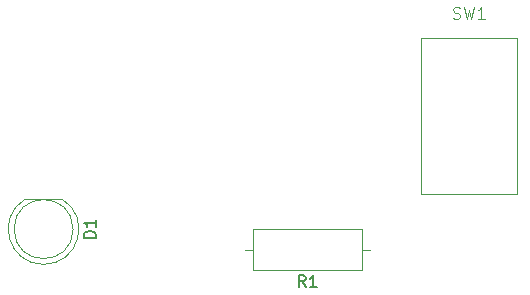
<source format=gbr>
%TF.GenerationSoftware,KiCad,Pcbnew,7.0.9*%
%TF.CreationDate,2023-11-27T16:58:42+01:00*%
%TF.ProjectId,01-getting-started,30312d67-6574-4746-996e-672d73746172,0*%
%TF.SameCoordinates,Original*%
%TF.FileFunction,Legend,Top*%
%TF.FilePolarity,Positive*%
%FSLAX46Y46*%
G04 Gerber Fmt 4.6, Leading zero omitted, Abs format (unit mm)*
G04 Created by KiCad (PCBNEW 7.0.9) date 2023-11-27 16:58:42*
%MOMM*%
%LPD*%
G01*
G04 APERTURE LIST*
%ADD10C,0.100000*%
%ADD11C,0.150000*%
%ADD12C,0.120000*%
G04 APERTURE END LIST*
D10*
X165666667Y-93409800D02*
X165809524Y-93457419D01*
X165809524Y-93457419D02*
X166047619Y-93457419D01*
X166047619Y-93457419D02*
X166142857Y-93409800D01*
X166142857Y-93409800D02*
X166190476Y-93362180D01*
X166190476Y-93362180D02*
X166238095Y-93266942D01*
X166238095Y-93266942D02*
X166238095Y-93171704D01*
X166238095Y-93171704D02*
X166190476Y-93076466D01*
X166190476Y-93076466D02*
X166142857Y-93028847D01*
X166142857Y-93028847D02*
X166047619Y-92981228D01*
X166047619Y-92981228D02*
X165857143Y-92933609D01*
X165857143Y-92933609D02*
X165761905Y-92885990D01*
X165761905Y-92885990D02*
X165714286Y-92838371D01*
X165714286Y-92838371D02*
X165666667Y-92743133D01*
X165666667Y-92743133D02*
X165666667Y-92647895D01*
X165666667Y-92647895D02*
X165714286Y-92552657D01*
X165714286Y-92552657D02*
X165761905Y-92505038D01*
X165761905Y-92505038D02*
X165857143Y-92457419D01*
X165857143Y-92457419D02*
X166095238Y-92457419D01*
X166095238Y-92457419D02*
X166238095Y-92505038D01*
X166571429Y-92457419D02*
X166809524Y-93457419D01*
X166809524Y-93457419D02*
X167000000Y-92743133D01*
X167000000Y-92743133D02*
X167190476Y-93457419D01*
X167190476Y-93457419D02*
X167428572Y-92457419D01*
X168333333Y-93457419D02*
X167761905Y-93457419D01*
X168047619Y-93457419D02*
X168047619Y-92457419D01*
X168047619Y-92457419D02*
X167952381Y-92600276D01*
X167952381Y-92600276D02*
X167857143Y-92695514D01*
X167857143Y-92695514D02*
X167761905Y-92743133D01*
D11*
X135414819Y-112008094D02*
X134414819Y-112008094D01*
X134414819Y-112008094D02*
X134414819Y-111769999D01*
X134414819Y-111769999D02*
X134462438Y-111627142D01*
X134462438Y-111627142D02*
X134557676Y-111531904D01*
X134557676Y-111531904D02*
X134652914Y-111484285D01*
X134652914Y-111484285D02*
X134843390Y-111436666D01*
X134843390Y-111436666D02*
X134986247Y-111436666D01*
X134986247Y-111436666D02*
X135176723Y-111484285D01*
X135176723Y-111484285D02*
X135271961Y-111531904D01*
X135271961Y-111531904D02*
X135367200Y-111627142D01*
X135367200Y-111627142D02*
X135414819Y-111769999D01*
X135414819Y-111769999D02*
X135414819Y-112008094D01*
X135414819Y-110484285D02*
X135414819Y-111055713D01*
X135414819Y-110769999D02*
X134414819Y-110769999D01*
X134414819Y-110769999D02*
X134557676Y-110865237D01*
X134557676Y-110865237D02*
X134652914Y-110960475D01*
X134652914Y-110960475D02*
X134700533Y-111055713D01*
X153183333Y-116174819D02*
X152850000Y-115698628D01*
X152611905Y-116174819D02*
X152611905Y-115174819D01*
X152611905Y-115174819D02*
X152992857Y-115174819D01*
X152992857Y-115174819D02*
X153088095Y-115222438D01*
X153088095Y-115222438D02*
X153135714Y-115270057D01*
X153135714Y-115270057D02*
X153183333Y-115365295D01*
X153183333Y-115365295D02*
X153183333Y-115508152D01*
X153183333Y-115508152D02*
X153135714Y-115603390D01*
X153135714Y-115603390D02*
X153088095Y-115651009D01*
X153088095Y-115651009D02*
X152992857Y-115698628D01*
X152992857Y-115698628D02*
X152611905Y-115698628D01*
X154135714Y-116174819D02*
X153564286Y-116174819D01*
X153850000Y-116174819D02*
X153850000Y-115174819D01*
X153850000Y-115174819D02*
X153754762Y-115317676D01*
X153754762Y-115317676D02*
X153659524Y-115412914D01*
X153659524Y-115412914D02*
X153564286Y-115460533D01*
D10*
%TO.C,SW1*%
X162940000Y-95090000D02*
X171060000Y-95090000D01*
X171060000Y-95090000D02*
X171060000Y-108310000D01*
X171060000Y-108310000D02*
X162940000Y-108310000D01*
X162940000Y-108310000D02*
X162940000Y-95090000D01*
D12*
%TO.C,D1*%
X132545000Y-108710000D02*
X129455000Y-108710000D01*
X130999538Y-114259999D02*
G75*
G03*
X132544830Y-108710001I462J2989999D01*
G01*
X129455170Y-108710000D02*
G75*
G03*
X131000462Y-114260000I1544830J-2560000D01*
G01*
X133500000Y-111270000D02*
G75*
G03*
X133500000Y-111270000I-2500000J0D01*
G01*
%TO.C,R1*%
X158660000Y-113000000D02*
X157970000Y-113000000D01*
X157970000Y-114720000D02*
X157970000Y-111280000D01*
X157970000Y-111280000D02*
X148730000Y-111280000D01*
X148730000Y-114720000D02*
X157970000Y-114720000D01*
X148730000Y-111280000D02*
X148730000Y-114720000D01*
X148040000Y-113000000D02*
X148730000Y-113000000D01*
%TD*%
M02*

</source>
